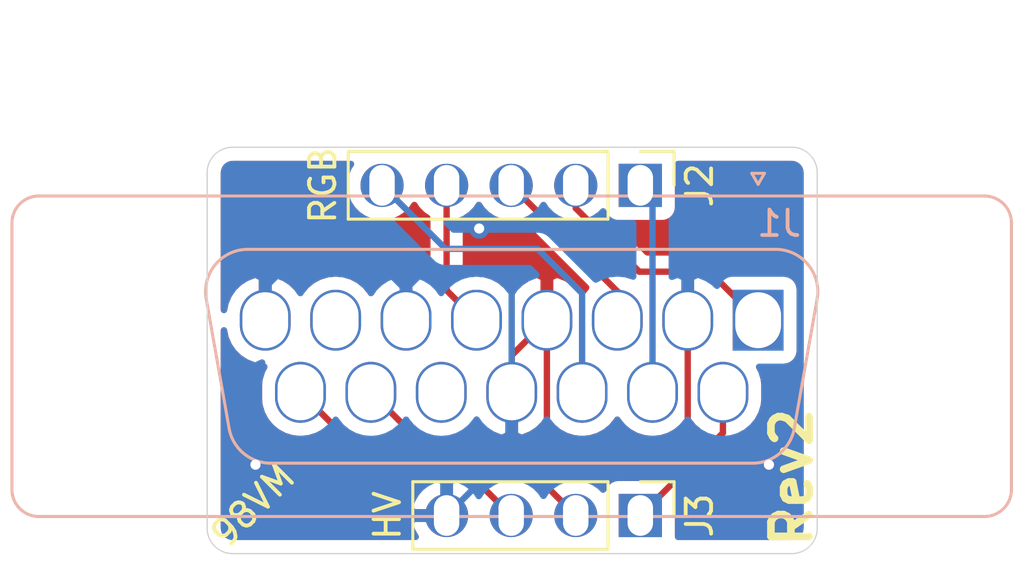
<source format=kicad_pcb>
(kicad_pcb (version 20171130) (host pcbnew "(5.1.6)-1")

  (general
    (thickness 1.6)
    (drawings 11)
    (tracks 46)
    (zones 0)
    (modules 3)
    (nets 10)
  )

  (page A4)
  (layers
    (0 F.Cu signal)
    (31 B.Cu signal)
    (32 B.Adhes user)
    (33 F.Adhes user)
    (34 B.Paste user)
    (35 F.Paste user)
    (36 B.SilkS user)
    (37 F.SilkS user)
    (38 B.Mask user)
    (39 F.Mask user)
    (40 Dwgs.User user)
    (41 Cmts.User user)
    (42 Eco1.User user)
    (43 Eco2.User user)
    (44 Edge.Cuts user)
    (45 Margin user)
    (46 B.CrtYd user)
    (47 F.CrtYd user)
    (48 B.Fab user)
    (49 F.Fab user)
  )

  (setup
    (last_trace_width 0.25)
    (trace_clearance 0.2)
    (zone_clearance 0.508)
    (zone_45_only no)
    (trace_min 0.2)
    (via_size 0.8)
    (via_drill 0.4)
    (via_min_size 0.4)
    (via_min_drill 0.3)
    (uvia_size 0.3)
    (uvia_drill 0.1)
    (uvias_allowed no)
    (uvia_min_size 0.2)
    (uvia_min_drill 0.1)
    (edge_width 0.05)
    (segment_width 0.2)
    (pcb_text_width 0.3)
    (pcb_text_size 1.5 1.5)
    (mod_edge_width 0.12)
    (mod_text_size 1 1)
    (mod_text_width 0.15)
    (pad_size 2 2.4)
    (pad_drill 1.8)
    (pad_to_mask_clearance 0.05)
    (aux_axis_origin 123 94)
    (grid_origin 123 94)
    (visible_elements 7FFFFFFF)
    (pcbplotparams
      (layerselection 0x010f0_ffffffff)
      (usegerberextensions true)
      (usegerberattributes true)
      (usegerberadvancedattributes true)
      (creategerberjobfile false)
      (excludeedgelayer true)
      (linewidth 0.100000)
      (plotframeref false)
      (viasonmask false)
      (mode 1)
      (useauxorigin false)
      (hpglpennumber 1)
      (hpglpenspeed 20)
      (hpglpendiameter 15.000000)
      (psnegative false)
      (psa4output false)
      (plotreference true)
      (plotvalue true)
      (plotinvisibletext false)
      (padsonsilk false)
      (subtractmaskfromsilk false)
      (outputformat 1)
      (mirror false)
      (drillshape 0)
      (scaleselection 1)
      (outputdirectory "gerber/"))
  )

  (net 0 "")
  (net 1 B)
  (net 2 R)
  (net 3 G)
  (net 4 V)
  (net 5 H)
  (net 6 GND)
  (net 7 AUDIO_R)
  (net 8 AUDIO_L)
  (net 9 CSYNC)

  (net_class Default "This is the default net class."
    (clearance 0.2)
    (trace_width 0.25)
    (via_dia 0.8)
    (via_drill 0.4)
    (uvia_dia 0.3)
    (uvia_drill 0.1)
    (add_net AUDIO_L)
    (add_net AUDIO_R)
    (add_net B)
    (add_net CSYNC)
    (add_net G)
    (add_net GND)
    (add_net H)
    (add_net R)
    (add_net V)
  )

  (module Connector_PinHeader_2.54mm:PinHeader_1x04_P2.54mm_Vertical (layer F.Cu) (tedit 629CF70B) (tstamp 629908AD)
    (at 140.04 92.5 270)
    (descr "Through hole straight pin header, 1x04, 2.54mm pitch, single row")
    (tags "Through hole pin header THT 1x04 2.54mm single row")
    (path /6263D794)
    (fp_text reference J3 (at 0 -2.33 90) (layer F.SilkS)
      (effects (font (size 1 1) (thickness 0.15)))
    )
    (fp_text value HV (at 0 9.95 90) (layer F.SilkS)
      (effects (font (size 1 1) (thickness 0.15)))
    )
    (fp_line (start -0.635 -1.27) (end 1.27 -1.27) (layer F.Fab) (width 0.1))
    (fp_line (start 1.27 -1.27) (end 1.27 8.89) (layer F.Fab) (width 0.1))
    (fp_line (start 1.27 8.89) (end -1.27 8.89) (layer F.Fab) (width 0.1))
    (fp_line (start -1.27 8.89) (end -1.27 -0.635) (layer F.Fab) (width 0.1))
    (fp_line (start -1.27 -0.635) (end -0.635 -1.27) (layer F.Fab) (width 0.1))
    (fp_line (start -1.33 8.95) (end 1.33 8.95) (layer F.SilkS) (width 0.12))
    (fp_line (start -1.33 1.27) (end -1.33 8.95) (layer F.SilkS) (width 0.12))
    (fp_line (start 1.33 1.27) (end 1.33 8.95) (layer F.SilkS) (width 0.12))
    (fp_line (start -1.33 1.27) (end 1.33 1.27) (layer F.SilkS) (width 0.12))
    (fp_line (start -1.33 0) (end -1.33 -1.33) (layer F.SilkS) (width 0.12))
    (fp_line (start -1.33 -1.33) (end 0 -1.33) (layer F.SilkS) (width 0.12))
    (fp_line (start -1.8 -1.8) (end -1.8 9.4) (layer F.CrtYd) (width 0.05))
    (fp_line (start -1.8 9.4) (end 1.8 9.4) (layer F.CrtYd) (width 0.05))
    (fp_line (start 1.8 9.4) (end 1.8 -1.8) (layer F.CrtYd) (width 0.05))
    (fp_line (start 1.8 -1.8) (end -1.8 -1.8) (layer F.CrtYd) (width 0.05))
    (fp_text user %R (at 0 3.81) (layer F.Fab)
      (effects (font (size 1 1) (thickness 0.15)))
    )
    (pad 4 thru_hole oval (at 0 7.62 270) (size 1.7 1.7) (drill oval 1.6 1) (layers *.Cu *.Mask)
      (net 6 GND))
    (pad 3 thru_hole oval (at 0 5.08 270) (size 1.7 1.7) (drill oval 1.6 1) (layers *.Cu *.Mask)
      (net 4 V))
    (pad 2 thru_hole oval (at 0 2.54 270) (size 1.7 1.7) (drill oval 1.6 1) (layers *.Cu *.Mask)
      (net 5 H))
    (pad 1 thru_hole rect (at 0 0 270) (size 1.7 1.7) (drill oval 1.6 1) (layers *.Cu *.Mask)
      (net 9 CSYNC))
    (model ${KISYS3DMOD}/Connector_PinHeader_2.54mm.3dshapes/PinHeader_1x04_P2.54mm_Vertical.wrl
      (at (xyz 0 0 0))
      (scale (xyz 1 1 1))
      (rotate (xyz 0 0 0))
    )
  )

  (module Connector_PinHeader_2.54mm:PinHeader_1x05_P2.54mm_Vertical (layer F.Cu) (tedit 629CF6F4) (tstamp 62990895)
    (at 140.04 79.5 270)
    (descr "Through hole straight pin header, 1x05, 2.54mm pitch, single row")
    (tags "Through hole pin header THT 1x05 2.54mm single row")
    (path /6263C9B5)
    (fp_text reference J2 (at 0 -2.33 90) (layer F.SilkS)
      (effects (font (size 1 1) (thickness 0.15)))
    )
    (fp_text value RGB (at 0 12.49 90) (layer F.SilkS)
      (effects (font (size 1 1) (thickness 0.15)))
    )
    (fp_line (start 1.8 -1.8) (end -1.8 -1.8) (layer F.CrtYd) (width 0.05))
    (fp_line (start 1.8 11.95) (end 1.8 -1.8) (layer F.CrtYd) (width 0.05))
    (fp_line (start -1.8 11.95) (end 1.8 11.95) (layer F.CrtYd) (width 0.05))
    (fp_line (start -1.8 -1.8) (end -1.8 11.95) (layer F.CrtYd) (width 0.05))
    (fp_line (start -1.33 -1.33) (end 0 -1.33) (layer F.SilkS) (width 0.12))
    (fp_line (start -1.33 0) (end -1.33 -1.33) (layer F.SilkS) (width 0.12))
    (fp_line (start -1.33 1.27) (end 1.33 1.27) (layer F.SilkS) (width 0.12))
    (fp_line (start 1.33 1.27) (end 1.33 11.49) (layer F.SilkS) (width 0.12))
    (fp_line (start -1.33 1.27) (end -1.33 11.49) (layer F.SilkS) (width 0.12))
    (fp_line (start -1.33 11.49) (end 1.33 11.49) (layer F.SilkS) (width 0.12))
    (fp_line (start -1.27 -0.635) (end -0.635 -1.27) (layer F.Fab) (width 0.1))
    (fp_line (start -1.27 11.43) (end -1.27 -0.635) (layer F.Fab) (width 0.1))
    (fp_line (start 1.27 11.43) (end -1.27 11.43) (layer F.Fab) (width 0.1))
    (fp_line (start 1.27 -1.27) (end 1.27 11.43) (layer F.Fab) (width 0.1))
    (fp_line (start -0.635 -1.27) (end 1.27 -1.27) (layer F.Fab) (width 0.1))
    (fp_text user %R (at 0 5.08) (layer F.Fab)
      (effects (font (size 1 1) (thickness 0.15)))
    )
    (pad 1 thru_hole rect (at 0 0 270) (size 1.7 1.7) (drill oval 1.6 1) (layers *.Cu *.Mask)
      (net 8 AUDIO_L))
    (pad 2 thru_hole oval (at 0 2.54 270) (size 1.7 1.7) (drill oval 1.6 1) (layers *.Cu *.Mask)
      (net 2 R))
    (pad 3 thru_hole oval (at 0 5.08 270) (size 1.7 1.7) (drill oval 1.6 1) (layers *.Cu *.Mask)
      (net 3 G))
    (pad 4 thru_hole oval (at 0 7.62 270) (size 1.7 1.7) (drill oval 1.6 1) (layers *.Cu *.Mask)
      (net 1 B))
    (pad 5 thru_hole oval (at 0 10.16 270) (size 1.7 1.7) (drill oval 1.6 1) (layers *.Cu *.Mask)
      (net 7 AUDIO_R))
    (model ${KISYS3DMOD}/Connector_PinHeader_2.54mm.3dshapes/PinHeader_1x05_P2.54mm_Vertical.wrl
      (at (xyz 0 0 0))
      (scale (xyz 1 1 1))
      (rotate (xyz 0 0 0))
    )
  )

  (module Connector_Dsub:DSUB-15_Male_Vertical_P2.77x2.84mm (layer B.Cu) (tedit 62BAF4E2) (tstamp 6299087C)
    (at 144.675 84.809669 180)
    (descr "15-pin D-Sub connector, straight/vertical, THT-mount, male, pitch 2.77x2.84mm, distance of mounting holes 33.3mm, see https://disti-assets.s3.amazonaws.com/tonar/files/datasheets/16730.pdf")
    (tags "15-pin D-Sub connector straight vertical THT male pitch 2.77x2.84mm mounting holes distance 33.3mm")
    (path /6299007C)
    (fp_text reference J1 (at -0.825 3.809669) (layer B.SilkS)
      (effects (font (size 1 1) (thickness 0.15)) (justify mirror))
    )
    (fp_text value 98VM (at 19.875 -7.290331 45) (layer F.SilkS)
      (effects (font (size 1 1) (thickness 0.15)))
    )
    (fp_line (start -8.905 4.83) (end 28.295 4.83) (layer B.Fab) (width 0.1))
    (fp_line (start 29.295 3.83) (end 29.295 -6.67) (layer B.Fab) (width 0.1))
    (fp_line (start 28.295 -7.67) (end -8.905 -7.67) (layer B.Fab) (width 0.1))
    (fp_line (start -9.905 -6.67) (end -9.905 3.83) (layer B.Fab) (width 0.1))
    (fp_line (start -8.905 4.89) (end 28.295 4.89) (layer B.SilkS) (width 0.12))
    (fp_line (start 29.355 3.83) (end 29.355 -6.67) (layer B.SilkS) (width 0.12))
    (fp_line (start 28.295 -7.73) (end -8.905 -7.73) (layer B.SilkS) (width 0.12))
    (fp_line (start -9.965 -6.67) (end -9.965 3.83) (layer B.SilkS) (width 0.12))
    (fp_line (start -0.25 5.784338) (end 0.25 5.784338) (layer B.SilkS) (width 0.12))
    (fp_line (start 0.25 5.784338) (end 0 5.351325) (layer B.SilkS) (width 0.12))
    (fp_line (start 0 5.351325) (end -0.25 5.784338) (layer B.SilkS) (width 0.12))
    (fp_line (start -0.698194 2.73) (end 20.088194 2.73) (layer B.Fab) (width 0.1))
    (fp_line (start 0.201073 -5.57) (end 19.188927 -5.57) (layer B.Fab) (width 0.1))
    (fp_line (start 21.663887 0.852163) (end 20.764619 -4.247837) (layer B.Fab) (width 0.1))
    (fp_line (start -2.273887 0.852163) (end -1.374619 -4.247837) (layer B.Fab) (width 0.1))
    (fp_line (start -0.686689 2.79) (end 20.076689 2.79) (layer B.SilkS) (width 0.12))
    (fp_line (start 0.212579 -5.63) (end 19.177421 -5.63) (layer B.SilkS) (width 0.12))
    (fp_line (start 21.71147 0.841744) (end 20.812202 -4.258256) (layer B.SilkS) (width 0.12))
    (fp_line (start -2.32147 0.841744) (end -1.422202 -4.258256) (layer B.SilkS) (width 0.12))
    (fp_line (start -10.45 5.35) (end -10.45 -8.2) (layer B.CrtYd) (width 0.05))
    (fp_line (start -10.45 -8.2) (end 29.8 -8.2) (layer B.CrtYd) (width 0.05))
    (fp_line (start 29.8 -8.2) (end 29.8 5.35) (layer B.CrtYd) (width 0.05))
    (fp_line (start 29.8 5.35) (end -10.45 5.35) (layer B.CrtYd) (width 0.05))
    (fp_text user %R (at 9.695 -1.42) (layer B.Fab)
      (effects (font (size 1 1) (thickness 0.15)) (justify mirror))
    )
    (fp_arc (start 19.177421 -3.97) (end 19.177421 -5.63) (angle 80) (layer B.SilkS) (width 0.12))
    (fp_arc (start 0.212579 -3.97) (end 0.212579 -5.63) (angle -80) (layer B.SilkS) (width 0.12))
    (fp_arc (start 20.076689 1.13) (end 20.076689 2.79) (angle -100) (layer B.SilkS) (width 0.12))
    (fp_arc (start -0.686689 1.13) (end -0.686689 2.79) (angle 100) (layer B.SilkS) (width 0.12))
    (fp_arc (start 19.188927 -3.97) (end 19.188927 -5.57) (angle 80) (layer B.Fab) (width 0.1))
    (fp_arc (start 0.201073 -3.97) (end 0.201073 -5.57) (angle -80) (layer B.Fab) (width 0.1))
    (fp_arc (start 20.088194 1.13) (end 20.088194 2.73) (angle -100) (layer B.Fab) (width 0.1))
    (fp_arc (start -0.698194 1.13) (end -0.698194 2.73) (angle 100) (layer B.Fab) (width 0.1))
    (fp_arc (start 28.295 -6.67) (end 29.355 -6.67) (angle -90) (layer B.SilkS) (width 0.12))
    (fp_arc (start -8.905 -6.67) (end -9.965 -6.67) (angle 90) (layer B.SilkS) (width 0.12))
    (fp_arc (start 28.295 3.83) (end 28.295 4.89) (angle -90) (layer B.SilkS) (width 0.12))
    (fp_arc (start -8.905 3.83) (end -9.965 3.83) (angle -90) (layer B.SilkS) (width 0.12))
    (fp_arc (start 28.295 -6.67) (end 29.295 -6.67) (angle -90) (layer B.Fab) (width 0.1))
    (fp_arc (start -8.905 -6.67) (end -9.905 -6.67) (angle 90) (layer B.Fab) (width 0.1))
    (fp_arc (start 28.295 3.83) (end 28.295 4.83) (angle -90) (layer B.Fab) (width 0.1))
    (fp_arc (start -8.905 3.83) (end -9.905 3.83) (angle -90) (layer B.Fab) (width 0.1))
    (pad 15 thru_hole oval (at 18.005 -2.84 180) (size 2 2.4) (drill oval 1.8 2.2) (layers *.Cu *.Mask)
      (net 4 V))
    (pad 14 thru_hole oval (at 15.235 -2.84 180) (size 2 2.4) (drill oval 1.8 2.2) (layers *.Cu *.Mask)
      (net 5 H))
    (pad 13 thru_hole oval (at 12.465 -2.84 180) (size 2 2.4) (drill oval 1.8 2.2) (layers *.Cu *.Mask))
    (pad 12 thru_hole oval (at 9.695 -2.84 180) (size 2 2.4) (drill oval 1.8 2.2) (layers *.Cu *.Mask)
      (net 6 GND))
    (pad 11 thru_hole oval (at 6.925 -2.84 180) (size 2 2.4) (drill oval 1.8 2.2) (layers *.Cu *.Mask)
      (net 7 AUDIO_R))
    (pad 10 thru_hole oval (at 4.155 -2.84 180) (size 2 2.4) (drill oval 1.8 2.2) (layers *.Cu *.Mask)
      (net 8 AUDIO_L))
    (pad 9 thru_hole oval (at 1.385 -2.84 180) (size 2 2.4) (drill oval 1.8 2.2) (layers *.Cu *.Mask)
      (net 9 CSYNC))
    (pad 8 thru_hole oval (at 19.39 0 180) (size 2 2.4) (drill oval 1.8 2.2) (layers *.Cu *.Mask)
      (net 6 GND))
    (pad 7 thru_hole oval (at 16.62 0 180) (size 2 2.4) (drill oval 1.8 2.2) (layers *.Cu *.Mask))
    (pad 6 thru_hole oval (at 13.85 0 180) (size 2 2.4) (drill oval 1.8 2.2) (layers *.Cu *.Mask)
      (net 6 GND))
    (pad 5 thru_hole oval (at 11.08 0 180) (size 2 2.4) (drill oval 1.8 2.2) (layers *.Cu *.Mask)
      (net 1 B))
    (pad 4 thru_hole oval (at 8.31 0 180) (size 2 2.4) (drill oval 1.8 2.2) (layers *.Cu *.Mask)
      (net 6 GND))
    (pad 3 thru_hole oval (at 5.54 0 180) (size 2 2.4) (drill oval 1.8 2.2) (layers *.Cu *.Mask)
      (net 3 G))
    (pad 2 thru_hole oval (at 2.77 0 180) (size 2 2.4) (drill oval 1.8 2.2) (layers *.Cu *.Mask)
      (net 6 GND))
    (pad 1 thru_hole rect (at 0 0 180) (size 2 2.4) (drill oval 1.8 2.2) (layers *.Cu *.Mask)
      (net 2 R))
    (model ${KISYS3DMOD}/Connector_Dsub.3dshapes/DSUB-15_Male_Vertical_P2.77x2.84mm.wrl
      (at (xyz 0 0 0))
      (scale (xyz 1 1 1))
      (rotate (xyz 0 0 0))
    )
  )

  (gr_text Rev2 (at 146 91 90) (layer F.SilkS)
    (effects (font (size 1.5 1.5) (thickness 0.3)))
  )
  (gr_arc (start 146 93) (end 146 94) (angle -90) (layer Edge.Cuts) (width 0.05) (tstamp 62648917))
  (gr_arc (start 124 93) (end 123 93) (angle -90) (layer Edge.Cuts) (width 0.05) (tstamp 62648914))
  (gr_line (start 146 78) (end 124 78) (layer Edge.Cuts) (width 0.05) (tstamp 626488A0))
  (gr_line (start 146 94) (end 124 94) (layer Edge.Cuts) (width 0.05))
  (dimension 24 (width 0.15) (layer Dwgs.User)
    (gr_text "24.000 mm" (at 135 72.9) (layer Dwgs.User)
      (effects (font (size 1 1) (thickness 0.15)))
    )
    (feature1 (pts (xy 123 78) (xy 123 73.613579)))
    (feature2 (pts (xy 147 78) (xy 147 73.613579)))
    (crossbar (pts (xy 147 74.2) (xy 123 74.2)))
    (arrow1a (pts (xy 123 74.2) (xy 124.126504 73.613579)))
    (arrow1b (pts (xy 123 74.2) (xy 124.126504 74.786421)))
    (arrow2a (pts (xy 147 74.2) (xy 145.873496 73.613579)))
    (arrow2b (pts (xy 147 74.2) (xy 145.873496 74.786421)))
  )
  (dimension 16 (width 0.15) (layer Dwgs.User)
    (gr_text "16.000 mm" (at 151.9 86 270) (layer Dwgs.User)
      (effects (font (size 1 1) (thickness 0.15)))
    )
    (feature1 (pts (xy 147 94) (xy 151.186421 94)))
    (feature2 (pts (xy 147 78) (xy 151.186421 78)))
    (crossbar (pts (xy 150.6 78) (xy 150.6 94)))
    (arrow1a (pts (xy 150.6 94) (xy 150.013579 92.873496)))
    (arrow1b (pts (xy 150.6 94) (xy 151.186421 92.873496)))
    (arrow2a (pts (xy 150.6 78) (xy 150.013579 79.126504)))
    (arrow2b (pts (xy 150.6 78) (xy 151.186421 79.126504)))
  )
  (gr_arc (start 124 79) (end 124 78) (angle -90) (layer Edge.Cuts) (width 0.05) (tstamp 6257372A))
  (gr_arc (start 146 79) (end 147 79) (angle -90) (layer Edge.Cuts) (width 0.05))
  (gr_line (start 147 93) (end 147 79) (layer Edge.Cuts) (width 0.05))
  (gr_line (start 123 79) (end 123 93) (layer Edge.Cuts) (width 0.05))

  (segment (start 132.42 83.634669) (end 133.595 84.809669) (width 0.25) (layer F.Cu) (net 1))
  (segment (start 132.42 79.5) (end 132.42 83.634669) (width 0.25) (layer F.Cu) (net 1))
  (segment (start 142.765331 82.9) (end 144.675 84.809669) (width 0.25) (layer F.Cu) (net 2))
  (segment (start 140 82.9) (end 142.765331 82.9) (width 0.25) (layer F.Cu) (net 2))
  (segment (start 137.5 79.5) (end 137.5 80.4) (width 0.25) (layer F.Cu) (net 2))
  (segment (start 137.5 80.4) (end 140 82.9) (width 0.25) (layer F.Cu) (net 2))
  (segment (start 139.135 83.675) (end 139.135 84.809669) (width 0.25) (layer F.Cu) (net 3))
  (segment (start 134.96 79.5) (end 139.135 83.675) (width 0.25) (layer F.Cu) (net 3))
  (segment (start 133.26 90.8) (end 134.96 92.5) (width 0.25) (layer F.Cu) (net 4))
  (segment (start 126.67 87.649669) (end 129.820331 90.8) (width 0.25) (layer F.Cu) (net 4))
  (segment (start 129.820331 90.8) (end 133.26 90.8) (width 0.25) (layer F.Cu) (net 4))
  (segment (start 134.8 89.8) (end 137.5 92.5) (width 0.25) (layer F.Cu) (net 5))
  (segment (start 131.6 89.8) (end 134.8 89.8) (width 0.25) (layer F.Cu) (net 5))
  (segment (start 131.1 89.3) (end 131.6 89.8) (width 0.25) (layer F.Cu) (net 5))
  (segment (start 129.44 87.649669) (end 131.090331 89.3) (width 0.25) (layer F.Cu) (net 5))
  (segment (start 131.090331 89.3) (end 131.1 89.3) (width 0.25) (layer F.Cu) (net 5))
  (segment (start 134.98 86.194669) (end 136.365 84.809669) (width 0.25) (layer F.Cu) (net 6))
  (segment (start 134.98 87.649669) (end 134.98 86.194669) (width 0.25) (layer F.Cu) (net 6))
  (segment (start 134.98 89.94) (end 134.98 87.649669) (width 0.25) (layer B.Cu) (net 6))
  (segment (start 132.42 92.5) (end 134.98 89.94) (width 0.25) (layer B.Cu) (net 6))
  (segment (start 125.285 84.809669) (end 125.285 83.515) (width 0.25) (layer B.Cu) (net 6))
  (segment (start 125.285 83.515) (end 125.9 82.9) (width 0.25) (layer B.Cu) (net 6))
  (segment (start 125.9 82.9) (end 130.1 82.9) (width 0.25) (layer B.Cu) (net 6))
  (segment (start 130.825 83.625) (end 130.825 84.809669) (width 0.25) (layer B.Cu) (net 6))
  (segment (start 130.1 82.9) (end 130.825 83.625) (width 0.25) (layer B.Cu) (net 6))
  (segment (start 130.825 84.809669) (end 130.825 83.575) (width 0.25) (layer B.Cu) (net 6))
  (segment (start 130.825 83.575) (end 131.5 82.9) (width 0.25) (layer B.Cu) (net 6))
  (segment (start 131.5 82.9) (end 134.2 82.9) (width 0.25) (layer B.Cu) (net 6))
  (segment (start 134.98 83.68) (end 134.98 87.649669) (width 0.25) (layer B.Cu) (net 6))
  (segment (start 134.2 82.9) (end 134.98 83.68) (width 0.25) (layer B.Cu) (net 6))
  (segment (start 141.905 84.809669) (end 141.905 89.195) (width 0.25) (layer F.Cu) (net 6))
  (segment (start 141.905 89.195) (end 141.5 89.6) (width 0.25) (layer F.Cu) (net 6))
  (segment (start 141.5 89.6) (end 137 89.6) (width 0.25) (layer F.Cu) (net 6))
  (segment (start 136.365 88.965) (end 136.365 84.809669) (width 0.25) (layer F.Cu) (net 6))
  (segment (start 137 89.6) (end 136.365 88.965) (width 0.25) (layer F.Cu) (net 6))
  (via (at 145.1 90.5) (size 0.8) (drill 0.4) (layers F.Cu B.Cu) (net 6))
  (via (at 124.9 90.5) (size 0.8) (drill 0.4) (layers F.Cu B.Cu) (net 6))
  (via (at 133.7 81.2) (size 0.8) (drill 0.4) (layers F.Cu B.Cu) (net 6))
  (segment (start 137.75 83.75) (end 137.75 87.649669) (width 0.25) (layer B.Cu) (net 7))
  (segment (start 136 82) (end 137.75 83.75) (width 0.25) (layer B.Cu) (net 7))
  (segment (start 129.88 79.5) (end 132.38 82) (width 0.25) (layer B.Cu) (net 7))
  (segment (start 132.38 82) (end 136 82) (width 0.25) (layer B.Cu) (net 7))
  (segment (start 140.52 79.98) (end 140.52 87.649669) (width 0.25) (layer B.Cu) (net 8))
  (segment (start 140.04 79.5) (end 140.52 79.98) (width 0.25) (layer B.Cu) (net 8))
  (segment (start 143.29 89.25) (end 140.04 92.5) (width 0.25) (layer F.Cu) (net 9))
  (segment (start 143.29 87.649669) (end 143.29 89.25) (width 0.25) (layer F.Cu) (net 9))

  (zone (net 6) (net_name GND) (layer B.Cu) (tstamp 0) (hatch edge 0.508)
    (connect_pads (clearance 0.508))
    (min_thickness 0.254)
    (fill yes (arc_segments 32) (thermal_gap 0.508) (thermal_bridge_width 0.508))
    (polygon
      (pts
        (xy 147 94) (xy 123 94) (xy 123 78) (xy 147 78)
      )
    )
    (filled_polygon
      (pts
        (xy 146.065424 78.66958) (xy 146.128356 78.68858) (xy 146.186405 78.719445) (xy 146.237343 78.760989) (xy 146.279248 78.811644)
        (xy 146.310515 78.869471) (xy 146.329956 78.932272) (xy 146.340001 79.027845) (xy 146.34 92.967721) (xy 146.33042 93.065424)
        (xy 146.31142 93.128357) (xy 146.280554 93.186406) (xy 146.239011 93.237343) (xy 146.188356 93.279248) (xy 146.130529 93.310515)
        (xy 146.067728 93.329956) (xy 145.972165 93.34) (xy 141.528072 93.34) (xy 141.528072 91.65) (xy 141.515812 91.525518)
        (xy 141.479502 91.40582) (xy 141.420537 91.295506) (xy 141.341185 91.198815) (xy 141.244494 91.119463) (xy 141.13418 91.060498)
        (xy 141.014482 91.024188) (xy 140.89 91.011928) (xy 139.19 91.011928) (xy 139.065518 91.024188) (xy 138.94582 91.060498)
        (xy 138.835506 91.119463) (xy 138.738815 91.198815) (xy 138.659463 91.295506) (xy 138.600498 91.40582) (xy 138.578487 91.47838)
        (xy 138.446632 91.346525) (xy 138.203411 91.18401) (xy 137.933158 91.072068) (xy 137.64626 91.015) (xy 137.35374 91.015)
        (xy 137.066842 91.072068) (xy 136.796589 91.18401) (xy 136.553368 91.346525) (xy 136.346525 91.553368) (xy 136.23 91.72776)
        (xy 136.113475 91.553368) (xy 135.906632 91.346525) (xy 135.663411 91.18401) (xy 135.393158 91.072068) (xy 135.10626 91.015)
        (xy 134.81374 91.015) (xy 134.526842 91.072068) (xy 134.256589 91.18401) (xy 134.013368 91.346525) (xy 133.806525 91.553368)
        (xy 133.684805 91.735534) (xy 133.615178 91.618645) (xy 133.420269 91.402412) (xy 133.18692 91.228359) (xy 132.924099 91.103175)
        (xy 132.77689 91.058524) (xy 132.547 91.179845) (xy 132.547 92.373) (xy 132.567 92.373) (xy 132.567 92.627)
        (xy 132.547 92.627) (xy 132.547 92.647) (xy 132.293 92.647) (xy 132.293 92.627) (xy 131.099186 92.627)
        (xy 130.978519 92.856891) (xy 131.075843 93.131252) (xy 131.200188 93.34) (xy 124.032279 93.34) (xy 123.934576 93.33042)
        (xy 123.871643 93.31142) (xy 123.813594 93.280554) (xy 123.762657 93.239011) (xy 123.720752 93.188356) (xy 123.689485 93.130529)
        (xy 123.670044 93.067728) (xy 123.66 92.972165) (xy 123.66 92.143109) (xy 130.978519 92.143109) (xy 131.099186 92.373)
        (xy 132.293 92.373) (xy 132.293 91.179845) (xy 132.06311 91.058524) (xy 131.915901 91.103175) (xy 131.65308 91.228359)
        (xy 131.419731 91.402412) (xy 131.224822 91.618645) (xy 131.075843 91.868748) (xy 130.978519 92.143109) (xy 123.66 92.143109)
        (xy 123.66 85.21288) (xy 123.723136 85.508062) (xy 123.850378 85.80319) (xy 124.032752 86.067824) (xy 124.263249 86.291793)
        (xy 124.533012 86.466491) (xy 124.831673 86.585204) (xy 124.904566 86.599793) (xy 125.157998 86.480447) (xy 125.157998 86.644669)
        (xy 125.246374 86.644669) (xy 125.152148 86.820954) (xy 125.058657 87.129153) (xy 125.035 87.369347) (xy 125.035 87.92999)
        (xy 125.058657 88.170184) (xy 125.152148 88.478383) (xy 125.303969 88.76242) (xy 125.508286 89.011383) (xy 125.757248 89.2157)
        (xy 126.041285 89.367521) (xy 126.349484 89.461012) (xy 126.67 89.49258) (xy 126.990515 89.461012) (xy 127.298714 89.367521)
        (xy 127.582751 89.2157) (xy 127.831714 89.011383) (xy 128.036031 88.762421) (xy 128.055 88.726932) (xy 128.073969 88.76242)
        (xy 128.278286 89.011383) (xy 128.527248 89.2157) (xy 128.811285 89.367521) (xy 129.119484 89.461012) (xy 129.44 89.49258)
        (xy 129.760515 89.461012) (xy 130.068714 89.367521) (xy 130.352751 89.2157) (xy 130.601714 89.011383) (xy 130.806031 88.762421)
        (xy 130.825 88.726932) (xy 130.843969 88.76242) (xy 131.048286 89.011383) (xy 131.297248 89.2157) (xy 131.581285 89.367521)
        (xy 131.889484 89.461012) (xy 132.21 89.49258) (xy 132.530515 89.461012) (xy 132.838714 89.367521) (xy 133.122751 89.2157)
        (xy 133.371714 89.011383) (xy 133.576031 88.762421) (xy 133.598534 88.720322) (xy 133.727752 88.907824) (xy 133.958249 89.131793)
        (xy 134.228012 89.306491) (xy 134.526673 89.425204) (xy 134.599566 89.439793) (xy 134.853 89.320446) (xy 134.853 87.776669)
        (xy 134.833 87.776669) (xy 134.833 87.522669) (xy 134.853 87.522669) (xy 134.853 87.502669) (xy 135.107 87.502669)
        (xy 135.107 87.522669) (xy 135.127 87.522669) (xy 135.127 87.776669) (xy 135.107 87.776669) (xy 135.107 89.320446)
        (xy 135.360434 89.439793) (xy 135.433327 89.425204) (xy 135.731988 89.306491) (xy 136.001751 89.131793) (xy 136.232248 88.907824)
        (xy 136.361467 88.720321) (xy 136.383969 88.76242) (xy 136.588286 89.011383) (xy 136.837248 89.2157) (xy 137.121285 89.367521)
        (xy 137.429484 89.461012) (xy 137.75 89.49258) (xy 138.070515 89.461012) (xy 138.378714 89.367521) (xy 138.662751 89.2157)
        (xy 138.911714 89.011383) (xy 139.116031 88.762421) (xy 139.135 88.726932) (xy 139.153969 88.76242) (xy 139.358286 89.011383)
        (xy 139.607248 89.2157) (xy 139.891285 89.367521) (xy 140.199484 89.461012) (xy 140.52 89.49258) (xy 140.840515 89.461012)
        (xy 141.148714 89.367521) (xy 141.432751 89.2157) (xy 141.681714 89.011383) (xy 141.886031 88.762421) (xy 141.905 88.726932)
        (xy 141.923969 88.76242) (xy 142.128286 89.011383) (xy 142.377248 89.2157) (xy 142.661285 89.367521) (xy 142.969484 89.461012)
        (xy 143.29 89.49258) (xy 143.610515 89.461012) (xy 143.918714 89.367521) (xy 144.202751 89.2157) (xy 144.451714 89.011383)
        (xy 144.656031 88.762421) (xy 144.807852 88.478384) (xy 144.901343 88.170185) (xy 144.925 87.929991) (xy 144.925 87.369348)
        (xy 144.901343 87.129154) (xy 144.807852 86.820955) (xy 144.715267 86.647741) (xy 145.675 86.647741) (xy 145.799482 86.635481)
        (xy 145.91918 86.599171) (xy 146.029494 86.540206) (xy 146.126185 86.460854) (xy 146.205537 86.364163) (xy 146.264502 86.253849)
        (xy 146.300812 86.134151) (xy 146.313072 86.009669) (xy 146.313072 83.609669) (xy 146.300812 83.485187) (xy 146.264502 83.365489)
        (xy 146.205537 83.255175) (xy 146.126185 83.158484) (xy 146.029494 83.079132) (xy 145.91918 83.020167) (xy 145.799482 82.983857)
        (xy 145.675 82.971597) (xy 143.675 82.971597) (xy 143.550518 82.983857) (xy 143.43082 83.020167) (xy 143.320506 83.079132)
        (xy 143.223815 83.158484) (xy 143.144463 83.255175) (xy 143.085498 83.365489) (xy 143.058249 83.455318) (xy 142.926751 83.327545)
        (xy 142.656988 83.152847) (xy 142.358327 83.034134) (xy 142.285434 83.019545) (xy 142.032 83.138892) (xy 142.032 84.682669)
        (xy 142.052 84.682669) (xy 142.052 84.936669) (xy 142.032 84.936669) (xy 142.032 84.956669) (xy 141.778 84.956669)
        (xy 141.778 84.936669) (xy 141.758 84.936669) (xy 141.758 84.682669) (xy 141.778 84.682669) (xy 141.778 83.138892)
        (xy 141.524566 83.019545) (xy 141.451673 83.034134) (xy 141.28 83.102371) (xy 141.28 80.851398) (xy 141.341185 80.801185)
        (xy 141.420537 80.704494) (xy 141.479502 80.59418) (xy 141.515812 80.474482) (xy 141.528072 80.35) (xy 141.528072 78.66)
        (xy 145.967721 78.66)
      )
    )
    (filled_polygon
      (pts
        (xy 136.492 84.682669) (xy 136.512 84.682669) (xy 136.512 84.936669) (xy 136.492 84.936669) (xy 136.492 84.956669)
        (xy 136.238 84.956669) (xy 136.238 84.936669) (xy 136.218 84.936669) (xy 136.218 84.682669) (xy 136.238 84.682669)
        (xy 136.238 84.662669) (xy 136.492 84.662669)
      )
    )
    (filled_polygon
      (pts
        (xy 128.56401 78.796589) (xy 128.452068 79.066842) (xy 128.395 79.35374) (xy 128.395 79.64626) (xy 128.452068 79.933158)
        (xy 128.56401 80.203411) (xy 128.726525 80.446632) (xy 128.933368 80.653475) (xy 129.176589 80.81599) (xy 129.446842 80.927932)
        (xy 129.73374 80.985) (xy 130.02626 80.985) (xy 130.246408 80.941209) (xy 131.8162 82.511002) (xy 131.839999 82.540001)
        (xy 131.868997 82.563799) (xy 131.955723 82.634974) (xy 132.087753 82.705546) (xy 132.231014 82.749003) (xy 132.342667 82.76)
        (xy 132.342677 82.76) (xy 132.38 82.763676) (xy 132.417323 82.76) (xy 135.685199 82.76) (xy 135.951385 83.026186)
        (xy 135.911673 83.034134) (xy 135.613012 83.152847) (xy 135.343249 83.327545) (xy 135.112752 83.551514) (xy 134.983534 83.739017)
        (xy 134.961031 83.696917) (xy 134.756714 83.447955) (xy 134.507752 83.243638) (xy 134.223715 83.091817) (xy 133.915516 82.998326)
        (xy 133.595 82.966758) (xy 133.274485 82.998326) (xy 132.966286 83.091817) (xy 132.682249 83.243638) (xy 132.433286 83.447955)
        (xy 132.228969 83.696917) (xy 132.206466 83.739016) (xy 132.077248 83.551514) (xy 131.846751 83.327545) (xy 131.576988 83.152847)
        (xy 131.278327 83.034134) (xy 131.205434 83.019545) (xy 130.952 83.138892) (xy 130.952 84.682669) (xy 130.972 84.682669)
        (xy 130.972 84.936669) (xy 130.952 84.936669) (xy 130.952 84.956669) (xy 130.698 84.956669) (xy 130.698 84.936669)
        (xy 130.678 84.936669) (xy 130.678 84.682669) (xy 130.698 84.682669) (xy 130.698 83.138892) (xy 130.444566 83.019545)
        (xy 130.371673 83.034134) (xy 130.073012 83.152847) (xy 129.803249 83.327545) (xy 129.572752 83.551514) (xy 129.443534 83.739017)
        (xy 129.421031 83.696917) (xy 129.216714 83.447955) (xy 128.967752 83.243638) (xy 128.683715 83.091817) (xy 128.375516 82.998326)
        (xy 128.055 82.966758) (xy 127.734485 82.998326) (xy 127.426286 83.091817) (xy 127.142249 83.243638) (xy 126.893286 83.447955)
        (xy 126.688969 83.696917) (xy 126.666466 83.739016) (xy 126.537248 83.551514) (xy 126.306751 83.327545) (xy 126.036988 83.152847)
        (xy 125.738327 83.034134) (xy 125.665434 83.019545) (xy 125.412 83.138892) (xy 125.412 84.682669) (xy 125.432 84.682669)
        (xy 125.432 84.936669) (xy 125.412 84.936669) (xy 125.412 84.956669) (xy 125.158 84.956669) (xy 125.158 84.936669)
        (xy 125.138 84.936669) (xy 125.138 84.682669) (xy 125.158 84.682669) (xy 125.158 83.138892) (xy 124.904566 83.019545)
        (xy 124.831673 83.034134) (xy 124.533012 83.152847) (xy 124.263249 83.327545) (xy 124.032752 83.551514) (xy 123.850378 83.816148)
        (xy 123.723136 84.111276) (xy 123.66 84.406458) (xy 123.66 79.032279) (xy 123.66958 78.934576) (xy 123.68858 78.871644)
        (xy 123.719445 78.813595) (xy 123.760989 78.762657) (xy 123.811644 78.720752) (xy 123.869471 78.689485) (xy 123.932272 78.670044)
        (xy 124.027835 78.66) (xy 128.655276 78.66)
      )
    )
    (filled_polygon
      (pts
        (xy 136.346525 80.446632) (xy 136.553368 80.653475) (xy 136.796589 80.81599) (xy 137.066842 80.927932) (xy 137.35374 80.985)
        (xy 137.64626 80.985) (xy 137.933158 80.927932) (xy 138.203411 80.81599) (xy 138.446632 80.653475) (xy 138.578487 80.52162)
        (xy 138.600498 80.59418) (xy 138.659463 80.704494) (xy 138.738815 80.801185) (xy 138.835506 80.880537) (xy 138.94582 80.939502)
        (xy 139.065518 80.975812) (xy 139.19 80.988072) (xy 139.76 80.988072) (xy 139.76 83.09069) (xy 139.455516 82.998326)
        (xy 139.135 82.966758) (xy 138.814485 82.998326) (xy 138.506286 83.091817) (xy 138.288101 83.20844) (xy 138.261004 83.186202)
        (xy 136.563804 81.489003) (xy 136.540001 81.459999) (xy 136.424276 81.365026) (xy 136.292247 81.294454) (xy 136.148986 81.250997)
        (xy 136.037333 81.24) (xy 136.037322 81.24) (xy 136 81.236324) (xy 135.962678 81.24) (xy 132.694802 81.24)
        (xy 132.439802 80.985) (xy 132.56626 80.985) (xy 132.853158 80.927932) (xy 133.123411 80.81599) (xy 133.366632 80.653475)
        (xy 133.573475 80.446632) (xy 133.69 80.27224) (xy 133.806525 80.446632) (xy 134.013368 80.653475) (xy 134.256589 80.81599)
        (xy 134.526842 80.927932) (xy 134.81374 80.985) (xy 135.10626 80.985) (xy 135.393158 80.927932) (xy 135.663411 80.81599)
        (xy 135.906632 80.653475) (xy 136.113475 80.446632) (xy 136.23 80.27224)
      )
    )
  )
  (zone (net 6) (net_name GND) (layer F.Cu) (tstamp 0) (hatch edge 0.508)
    (connect_pads (clearance 0.508))
    (min_thickness 0.254)
    (fill yes (arc_segments 32) (thermal_gap 0.508) (thermal_bridge_width 0.508))
    (polygon
      (pts
        (xy 147 94) (xy 123 94) (xy 123 78) (xy 147 78)
      )
    )
    (filled_polygon
      (pts
        (xy 146.065424 78.66958) (xy 146.128356 78.68858) (xy 146.186405 78.719445) (xy 146.237343 78.760989) (xy 146.279248 78.811644)
        (xy 146.310515 78.869471) (xy 146.329956 78.932272) (xy 146.340001 79.027845) (xy 146.34 92.967721) (xy 146.33042 93.065424)
        (xy 146.31142 93.128357) (xy 146.280554 93.186406) (xy 146.239011 93.237343) (xy 146.188356 93.279248) (xy 146.130529 93.310515)
        (xy 146.067728 93.329956) (xy 145.972165 93.34) (xy 141.528072 93.34) (xy 141.528072 92.086729) (xy 143.801003 89.813799)
        (xy 143.830001 89.790001) (xy 143.883941 89.724275) (xy 143.924974 89.674277) (xy 143.995546 89.542247) (xy 144.020188 89.461012)
        (xy 144.039003 89.398986) (xy 144.048959 89.297904) (xy 144.202751 89.2157) (xy 144.451714 89.011383) (xy 144.656031 88.762421)
        (xy 144.807852 88.478384) (xy 144.901343 88.170185) (xy 144.925 87.929991) (xy 144.925 87.369348) (xy 144.901343 87.129154)
        (xy 144.807852 86.820955) (xy 144.715267 86.647741) (xy 145.675 86.647741) (xy 145.799482 86.635481) (xy 145.91918 86.599171)
        (xy 146.029494 86.540206) (xy 146.126185 86.460854) (xy 146.205537 86.364163) (xy 146.264502 86.253849) (xy 146.300812 86.134151)
        (xy 146.313072 86.009669) (xy 146.313072 83.609669) (xy 146.300812 83.485187) (xy 146.264502 83.365489) (xy 146.205537 83.255175)
        (xy 146.126185 83.158484) (xy 146.029494 83.079132) (xy 145.91918 83.020167) (xy 145.799482 82.983857) (xy 145.675 82.971597)
        (xy 143.911729 82.971597) (xy 143.329135 82.389003) (xy 143.305332 82.359999) (xy 143.189607 82.265026) (xy 143.057578 82.194454)
        (xy 142.914317 82.150997) (xy 142.802664 82.14) (xy 142.802653 82.14) (xy 142.765331 82.136324) (xy 142.728009 82.14)
        (xy 140.314802 82.14) (xy 139.15991 80.985108) (xy 139.19 80.988072) (xy 140.89 80.988072) (xy 141.014482 80.975812)
        (xy 141.13418 80.939502) (xy 141.244494 80.880537) (xy 141.341185 80.801185) (xy 141.420537 80.704494) (xy 141.479502 80.59418)
        (xy 141.515812 80.474482) (xy 141.528072 80.35) (xy 141.528072 78.66) (xy 145.967721 78.66)
      )
    )
    (filled_polygon
      (pts
        (xy 123.723136 85.508062) (xy 123.850378 85.80319) (xy 124.032752 86.067824) (xy 124.263249 86.291793) (xy 124.533012 86.466491)
        (xy 124.831673 86.585204) (xy 124.904566 86.599793) (xy 125.157998 86.480447) (xy 125.157998 86.644669) (xy 125.246374 86.644669)
        (xy 125.152148 86.820954) (xy 125.058657 87.129153) (xy 125.035 87.369347) (xy 125.035 87.92999) (xy 125.058657 88.170184)
        (xy 125.152148 88.478383) (xy 125.303969 88.76242) (xy 125.508286 89.011383) (xy 125.757248 89.2157) (xy 126.041285 89.367521)
        (xy 126.349484 89.461012) (xy 126.67 89.49258) (xy 126.990515 89.461012) (xy 127.298714 89.367521) (xy 127.308057 89.362527)
        (xy 129.256531 91.311002) (xy 129.28033 91.340001) (xy 129.396055 91.434974) (xy 129.528084 91.505546) (xy 129.671345 91.549003)
        (xy 129.782998 91.56) (xy 129.783008 91.56) (xy 129.820331 91.563676) (xy 129.857654 91.56) (xy 131.277684 91.56)
        (xy 131.224822 91.618645) (xy 131.075843 91.868748) (xy 130.978519 92.143109) (xy 131.099186 92.373) (xy 132.293 92.373)
        (xy 132.293 92.353) (xy 132.547 92.353) (xy 132.547 92.373) (xy 132.567 92.373) (xy 132.567 92.627)
        (xy 132.547 92.627) (xy 132.547 92.647) (xy 132.293 92.647) (xy 132.293 92.627) (xy 131.099186 92.627)
        (xy 130.978519 92.856891) (xy 131.075843 93.131252) (xy 131.200188 93.34) (xy 124.032279 93.34) (xy 123.934576 93.33042)
        (xy 123.871643 93.31142) (xy 123.813594 93.280554) (xy 123.762657 93.239011) (xy 123.720752 93.188356) (xy 123.689485 93.130529)
        (xy 123.670044 93.067728) (xy 123.66 92.972165) (xy 123.66 85.21288)
      )
    )
    (filled_polygon
      (pts
        (xy 136.383969 88.76242) (xy 136.588286 89.011383) (xy 136.837248 89.2157) (xy 137.121285 89.367521) (xy 137.429484 89.461012)
        (xy 137.75 89.49258) (xy 138.070515 89.461012) (xy 138.378714 89.367521) (xy 138.662751 89.2157) (xy 138.911714 89.011383)
        (xy 139.116031 88.762421) (xy 139.135 88.726932) (xy 139.153969 88.76242) (xy 139.358286 89.011383) (xy 139.607248 89.2157)
        (xy 139.891285 89.367521) (xy 140.199484 89.461012) (xy 140.52 89.49258) (xy 140.840515 89.461012) (xy 141.148714 89.367521)
        (xy 141.432751 89.2157) (xy 141.681714 89.011383) (xy 141.886031 88.762421) (xy 141.905 88.726932) (xy 141.923969 88.76242)
        (xy 142.128286 89.011383) (xy 142.307082 89.158116) (xy 140.453271 91.011928) (xy 139.19 91.011928) (xy 139.065518 91.024188)
        (xy 138.94582 91.060498) (xy 138.835506 91.119463) (xy 138.738815 91.198815) (xy 138.659463 91.295506) (xy 138.600498 91.40582)
        (xy 138.578487 91.47838) (xy 138.446632 91.346525) (xy 138.203411 91.18401) (xy 137.933158 91.072068) (xy 137.64626 91.015)
        (xy 137.35374 91.015) (xy 137.133592 91.05879) (xy 135.48104 89.406239) (xy 135.731988 89.306491) (xy 136.001751 89.131793)
        (xy 136.232248 88.907824) (xy 136.361467 88.720321)
      )
    )
    (filled_polygon
      (pts
        (xy 135.107 87.522669) (xy 135.127 87.522669) (xy 135.127 87.776669) (xy 135.107 87.776669) (xy 135.107 87.796669)
        (xy 134.853 87.796669) (xy 134.853 87.776669) (xy 134.833 87.776669) (xy 134.833 87.522669) (xy 134.853 87.522669)
        (xy 134.853 87.502669) (xy 135.107 87.502669)
      )
    )
    (filled_polygon
      (pts
        (xy 128.56401 78.796589) (xy 128.452068 79.066842) (xy 128.395 79.35374) (xy 128.395 79.64626) (xy 128.452068 79.933158)
        (xy 128.56401 80.203411) (xy 128.726525 80.446632) (xy 128.933368 80.653475) (xy 129.176589 80.81599) (xy 129.446842 80.927932)
        (xy 129.73374 80.985) (xy 130.02626 80.985) (xy 130.313158 80.927932) (xy 130.583411 80.81599) (xy 130.826632 80.653475)
        (xy 131.033475 80.446632) (xy 131.15 80.27224) (xy 131.266525 80.446632) (xy 131.473368 80.653475) (xy 131.66 80.778179)
        (xy 131.660001 83.206606) (xy 131.576988 83.152847) (xy 131.278327 83.034134) (xy 131.205434 83.019545) (xy 130.952 83.138892)
        (xy 130.952 84.682669) (xy 130.972 84.682669) (xy 130.972 84.936669) (xy 130.952 84.936669) (xy 130.952 84.956669)
        (xy 130.698 84.956669) (xy 130.698 84.936669) (xy 130.678 84.936669) (xy 130.678 84.682669) (xy 130.698 84.682669)
        (xy 130.698 83.138892) (xy 130.444566 83.019545) (xy 130.371673 83.034134) (xy 130.073012 83.152847) (xy 129.803249 83.327545)
        (xy 129.572752 83.551514) (xy 129.443534 83.739017) (xy 129.421031 83.696917) (xy 129.216714 83.447955) (xy 128.967752 83.243638)
        (xy 128.683715 83.091817) (xy 128.375516 82.998326) (xy 128.055 82.966758) (xy 127.734485 82.998326) (xy 127.426286 83.091817)
        (xy 127.142249 83.243638) (xy 126.893286 83.447955) (xy 126.688969 83.696917) (xy 126.666466 83.739016) (xy 126.537248 83.551514)
        (xy 126.306751 83.327545) (xy 126.036988 83.152847) (xy 125.738327 83.034134) (xy 125.665434 83.019545) (xy 125.412 83.138892)
        (xy 125.412 84.682669) (xy 125.432 84.682669) (xy 125.432 84.936669) (xy 125.412 84.936669) (xy 125.412 84.956669)
        (xy 125.158 84.956669) (xy 125.158 84.936669) (xy 125.138 84.936669) (xy 125.138 84.682669) (xy 125.158 84.682669)
        (xy 125.158 83.138892) (xy 124.904566 83.019545) (xy 124.831673 83.034134) (xy 124.533012 83.152847) (xy 124.263249 83.327545)
        (xy 124.032752 83.551514) (xy 123.850378 83.816148) (xy 123.723136 84.111276) (xy 123.66 84.406458) (xy 123.66 79.032279)
        (xy 123.66958 78.934576) (xy 123.68858 78.871644) (xy 123.719445 78.813595) (xy 123.760989 78.762657) (xy 123.811644 78.720752)
        (xy 123.869471 78.689485) (xy 123.932272 78.670044) (xy 124.027835 78.66) (xy 128.655276 78.66)
      )
    )
    (filled_polygon
      (pts
        (xy 133.806525 80.446632) (xy 134.013368 80.653475) (xy 134.256589 80.81599) (xy 134.526842 80.927932) (xy 134.81374 80.985)
        (xy 135.10626 80.985) (xy 135.326408 80.941209) (xy 137.910121 83.524922) (xy 137.768969 83.696917) (xy 137.746466 83.739016)
        (xy 137.617248 83.551514) (xy 137.386751 83.327545) (xy 137.116988 83.152847) (xy 136.818327 83.034134) (xy 136.745434 83.019545)
        (xy 136.492 83.138892) (xy 136.492 84.682669) (xy 136.512 84.682669) (xy 136.512 84.936669) (xy 136.492 84.936669)
        (xy 136.492 84.956669) (xy 136.238 84.956669) (xy 136.238 84.936669) (xy 136.218 84.936669) (xy 136.218 84.682669)
        (xy 136.238 84.682669) (xy 136.238 83.138892) (xy 135.984566 83.019545) (xy 135.911673 83.034134) (xy 135.613012 83.152847)
        (xy 135.343249 83.327545) (xy 135.112752 83.551514) (xy 134.983534 83.739017) (xy 134.961031 83.696917) (xy 134.756714 83.447955)
        (xy 134.507752 83.243638) (xy 134.223715 83.091817) (xy 133.915516 82.998326) (xy 133.595 82.966758) (xy 133.274485 82.998326)
        (xy 133.18 83.026988) (xy 133.18 80.778178) (xy 133.366632 80.653475) (xy 133.573475 80.446632) (xy 133.69 80.27224)
      )
    )
    (filled_polygon
      (pts
        (xy 142.032 84.682669) (xy 142.052 84.682669) (xy 142.052 84.936669) (xy 142.032 84.936669) (xy 142.032 84.956669)
        (xy 141.778 84.956669) (xy 141.778 84.936669) (xy 141.758 84.936669) (xy 141.758 84.682669) (xy 141.778 84.682669)
        (xy 141.778 84.662669) (xy 142.032 84.662669)
      )
    )
  )
)

</source>
